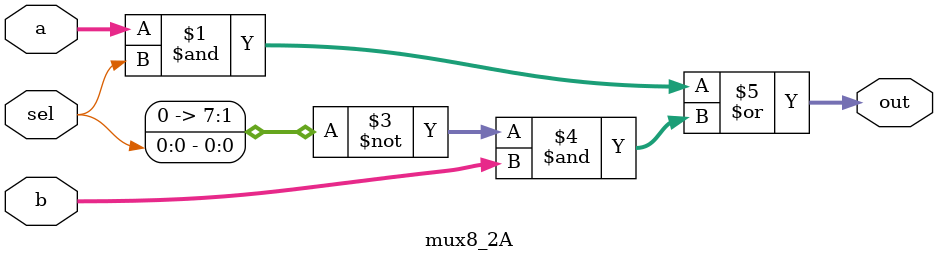
<source format=v>
/* Chen Grapel. Logic Design Course Exercise 1 (part A section A): 8-bit mux. Filename: SEC1_A.v */
`timescale 1ns / 100ps// result evaluated every 1nsec with 100psec resolution

module mux8_2A #(parameter WIDTH=8)(input [(WIDTH-1):0]a,b,input sel,output [(WIDTH-1):0]out);// module name and ports list
	
	// continuous assignment:
	assign out=((a&(sel))|((~sel)&b));
	
endmodule

</source>
